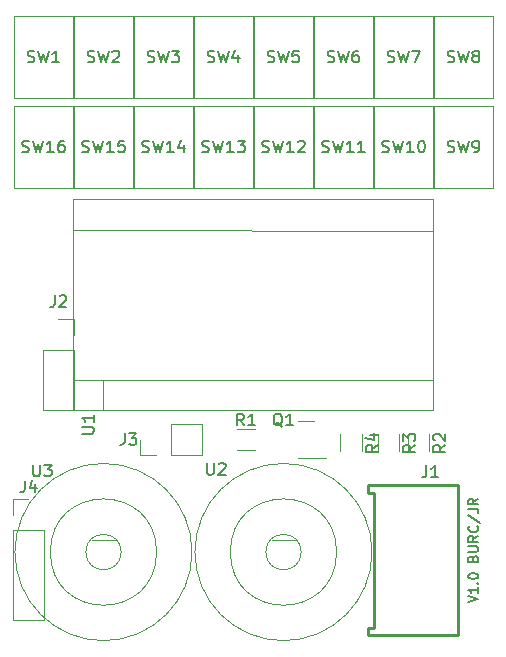
<source format=gbr>
%TF.GenerationSoftware,KiCad,Pcbnew,(6.0.7)*%
%TF.CreationDate,2022-08-14T18:42:22+02:00*%
%TF.ProjectId,BURC_Encoder_JRFormat,42555243-5f45-46e6-936f-6465725f4a52,v1.0*%
%TF.SameCoordinates,Original*%
%TF.FileFunction,Legend,Top*%
%TF.FilePolarity,Positive*%
%FSLAX46Y46*%
G04 Gerber Fmt 4.6, Leading zero omitted, Abs format (unit mm)*
G04 Created by KiCad (PCBNEW (6.0.7)) date 2022-08-14 18:42:22*
%MOMM*%
%LPD*%
G01*
G04 APERTURE LIST*
%ADD10C,0.170000*%
%ADD11C,0.150000*%
%ADD12C,0.210000*%
%ADD13C,0.120000*%
%ADD14C,0.254000*%
G04 APERTURE END LIST*
D10*
X166770476Y-129350452D02*
X167600476Y-129073785D01*
X166770476Y-128797119D01*
X167600476Y-128085690D02*
X167600476Y-128559976D01*
X167600476Y-128322833D02*
X166770476Y-128322833D01*
X166889047Y-128401880D01*
X166968095Y-128480928D01*
X167007619Y-128559976D01*
X167521428Y-127729976D02*
X167560952Y-127690452D01*
X167600476Y-127729976D01*
X167560952Y-127769500D01*
X167521428Y-127729976D01*
X167600476Y-127729976D01*
X166770476Y-127176642D02*
X166770476Y-127097595D01*
X166810000Y-127018547D01*
X166849523Y-126979023D01*
X166928571Y-126939500D01*
X167086666Y-126899976D01*
X167284285Y-126899976D01*
X167442380Y-126939500D01*
X167521428Y-126979023D01*
X167560952Y-127018547D01*
X167600476Y-127097595D01*
X167600476Y-127176642D01*
X167560952Y-127255690D01*
X167521428Y-127295214D01*
X167442380Y-127334738D01*
X167284285Y-127374261D01*
X167086666Y-127374261D01*
X166928571Y-127334738D01*
X166849523Y-127295214D01*
X166810000Y-127255690D01*
X166770476Y-127176642D01*
X167165714Y-125635214D02*
X167205238Y-125516642D01*
X167244761Y-125477119D01*
X167323809Y-125437595D01*
X167442380Y-125437595D01*
X167521428Y-125477119D01*
X167560952Y-125516642D01*
X167600476Y-125595690D01*
X167600476Y-125911880D01*
X166770476Y-125911880D01*
X166770476Y-125635214D01*
X166810000Y-125556166D01*
X166849523Y-125516642D01*
X166928571Y-125477119D01*
X167007619Y-125477119D01*
X167086666Y-125516642D01*
X167126190Y-125556166D01*
X167165714Y-125635214D01*
X167165714Y-125911880D01*
X166770476Y-125081880D02*
X167442380Y-125081880D01*
X167521428Y-125042357D01*
X167560952Y-125002833D01*
X167600476Y-124923785D01*
X167600476Y-124765690D01*
X167560952Y-124686642D01*
X167521428Y-124647119D01*
X167442380Y-124607595D01*
X166770476Y-124607595D01*
X167600476Y-123738071D02*
X167205238Y-124014738D01*
X167600476Y-124212357D02*
X166770476Y-124212357D01*
X166770476Y-123896166D01*
X166810000Y-123817119D01*
X166849523Y-123777595D01*
X166928571Y-123738071D01*
X167047142Y-123738071D01*
X167126190Y-123777595D01*
X167165714Y-123817119D01*
X167205238Y-123896166D01*
X167205238Y-124212357D01*
X167521428Y-122908071D02*
X167560952Y-122947595D01*
X167600476Y-123066166D01*
X167600476Y-123145214D01*
X167560952Y-123263785D01*
X167481904Y-123342833D01*
X167402857Y-123382357D01*
X167244761Y-123421880D01*
X167126190Y-123421880D01*
X166968095Y-123382357D01*
X166889047Y-123342833D01*
X166810000Y-123263785D01*
X166770476Y-123145214D01*
X166770476Y-123066166D01*
X166810000Y-122947595D01*
X166849523Y-122908071D01*
X166730952Y-121959500D02*
X167798095Y-122670928D01*
X166770476Y-121445690D02*
X167363333Y-121445690D01*
X167481904Y-121485214D01*
X167560952Y-121564261D01*
X167600476Y-121682833D01*
X167600476Y-121761880D01*
X167600476Y-120576166D02*
X167205238Y-120852833D01*
X167600476Y-121050452D02*
X166770476Y-121050452D01*
X166770476Y-120734261D01*
X166810000Y-120655214D01*
X166849523Y-120615690D01*
X166928571Y-120576166D01*
X167047142Y-120576166D01*
X167126190Y-120615690D01*
X167165714Y-120655214D01*
X167205238Y-120734261D01*
X167205238Y-121050452D01*
D11*
%TO.C,J4*%
X129206666Y-119042380D02*
X129206666Y-119756666D01*
X129159047Y-119899523D01*
X129063809Y-119994761D01*
X128920952Y-120042380D01*
X128825714Y-120042380D01*
X130111428Y-119375714D02*
X130111428Y-120042380D01*
X129873333Y-118994761D02*
X129635238Y-119709047D01*
X130254285Y-119709047D01*
%TO.C,SW12*%
X149320476Y-91209761D02*
X149463333Y-91257380D01*
X149701428Y-91257380D01*
X149796666Y-91209761D01*
X149844285Y-91162142D01*
X149891904Y-91066904D01*
X149891904Y-90971666D01*
X149844285Y-90876428D01*
X149796666Y-90828809D01*
X149701428Y-90781190D01*
X149510952Y-90733571D01*
X149415714Y-90685952D01*
X149368095Y-90638333D01*
X149320476Y-90543095D01*
X149320476Y-90447857D01*
X149368095Y-90352619D01*
X149415714Y-90305000D01*
X149510952Y-90257380D01*
X149749047Y-90257380D01*
X149891904Y-90305000D01*
X150225238Y-90257380D02*
X150463333Y-91257380D01*
X150653809Y-90543095D01*
X150844285Y-91257380D01*
X151082380Y-90257380D01*
X151987142Y-91257380D02*
X151415714Y-91257380D01*
X151701428Y-91257380D02*
X151701428Y-90257380D01*
X151606190Y-90400238D01*
X151510952Y-90495476D01*
X151415714Y-90543095D01*
X152368095Y-90352619D02*
X152415714Y-90305000D01*
X152510952Y-90257380D01*
X152749047Y-90257380D01*
X152844285Y-90305000D01*
X152891904Y-90352619D01*
X152939523Y-90447857D01*
X152939523Y-90543095D01*
X152891904Y-90685952D01*
X152320476Y-91257380D01*
X152939523Y-91257380D01*
%TO.C,U2*%
X144653095Y-117562380D02*
X144653095Y-118371904D01*
X144700714Y-118467142D01*
X144748333Y-118514761D01*
X144843571Y-118562380D01*
X145034047Y-118562380D01*
X145129285Y-118514761D01*
X145176904Y-118467142D01*
X145224523Y-118371904D01*
X145224523Y-117562380D01*
X145653095Y-117657619D02*
X145700714Y-117610000D01*
X145795952Y-117562380D01*
X146034047Y-117562380D01*
X146129285Y-117610000D01*
X146176904Y-117657619D01*
X146224523Y-117752857D01*
X146224523Y-117848095D01*
X146176904Y-117990952D01*
X145605476Y-118562380D01*
X146224523Y-118562380D01*
%TO.C,SW7*%
X159956666Y-83589761D02*
X160099523Y-83637380D01*
X160337619Y-83637380D01*
X160432857Y-83589761D01*
X160480476Y-83542142D01*
X160528095Y-83446904D01*
X160528095Y-83351666D01*
X160480476Y-83256428D01*
X160432857Y-83208809D01*
X160337619Y-83161190D01*
X160147142Y-83113571D01*
X160051904Y-83065952D01*
X160004285Y-83018333D01*
X159956666Y-82923095D01*
X159956666Y-82827857D01*
X160004285Y-82732619D01*
X160051904Y-82685000D01*
X160147142Y-82637380D01*
X160385238Y-82637380D01*
X160528095Y-82685000D01*
X160861428Y-82637380D02*
X161099523Y-83637380D01*
X161290000Y-82923095D01*
X161480476Y-83637380D01*
X161718571Y-82637380D01*
X162004285Y-82637380D02*
X162670952Y-82637380D01*
X162242380Y-83637380D01*
%TO.C,SW5*%
X149796666Y-83589761D02*
X149939523Y-83637380D01*
X150177619Y-83637380D01*
X150272857Y-83589761D01*
X150320476Y-83542142D01*
X150368095Y-83446904D01*
X150368095Y-83351666D01*
X150320476Y-83256428D01*
X150272857Y-83208809D01*
X150177619Y-83161190D01*
X149987142Y-83113571D01*
X149891904Y-83065952D01*
X149844285Y-83018333D01*
X149796666Y-82923095D01*
X149796666Y-82827857D01*
X149844285Y-82732619D01*
X149891904Y-82685000D01*
X149987142Y-82637380D01*
X150225238Y-82637380D01*
X150368095Y-82685000D01*
X150701428Y-82637380D02*
X150939523Y-83637380D01*
X151130000Y-82923095D01*
X151320476Y-83637380D01*
X151558571Y-82637380D01*
X152415714Y-82637380D02*
X151939523Y-82637380D01*
X151891904Y-83113571D01*
X151939523Y-83065952D01*
X152034761Y-83018333D01*
X152272857Y-83018333D01*
X152368095Y-83065952D01*
X152415714Y-83113571D01*
X152463333Y-83208809D01*
X152463333Y-83446904D01*
X152415714Y-83542142D01*
X152368095Y-83589761D01*
X152272857Y-83637380D01*
X152034761Y-83637380D01*
X151939523Y-83589761D01*
X151891904Y-83542142D01*
%TO.C,J2*%
X131746666Y-103362380D02*
X131746666Y-104076666D01*
X131699047Y-104219523D01*
X131603809Y-104314761D01*
X131460952Y-104362380D01*
X131365714Y-104362380D01*
X132175238Y-103457619D02*
X132222857Y-103410000D01*
X132318095Y-103362380D01*
X132556190Y-103362380D01*
X132651428Y-103410000D01*
X132699047Y-103457619D01*
X132746666Y-103552857D01*
X132746666Y-103648095D01*
X132699047Y-103790952D01*
X132127619Y-104362380D01*
X132746666Y-104362380D01*
D12*
%TO.C,J1*%
X163220309Y-117766912D02*
X163220309Y-118481198D01*
X163172690Y-118624055D01*
X163077452Y-118719293D01*
X162934595Y-118766912D01*
X162839357Y-118766912D01*
X164220309Y-118766912D02*
X163648880Y-118766912D01*
X163934595Y-118766912D02*
X163934595Y-117766912D01*
X163839357Y-117909770D01*
X163744119Y-118005008D01*
X163648880Y-118052627D01*
D11*
%TO.C,SW13*%
X144240476Y-91209761D02*
X144383333Y-91257380D01*
X144621428Y-91257380D01*
X144716666Y-91209761D01*
X144764285Y-91162142D01*
X144811904Y-91066904D01*
X144811904Y-90971666D01*
X144764285Y-90876428D01*
X144716666Y-90828809D01*
X144621428Y-90781190D01*
X144430952Y-90733571D01*
X144335714Y-90685952D01*
X144288095Y-90638333D01*
X144240476Y-90543095D01*
X144240476Y-90447857D01*
X144288095Y-90352619D01*
X144335714Y-90305000D01*
X144430952Y-90257380D01*
X144669047Y-90257380D01*
X144811904Y-90305000D01*
X145145238Y-90257380D02*
X145383333Y-91257380D01*
X145573809Y-90543095D01*
X145764285Y-91257380D01*
X146002380Y-90257380D01*
X146907142Y-91257380D02*
X146335714Y-91257380D01*
X146621428Y-91257380D02*
X146621428Y-90257380D01*
X146526190Y-90400238D01*
X146430952Y-90495476D01*
X146335714Y-90543095D01*
X147240476Y-90257380D02*
X147859523Y-90257380D01*
X147526190Y-90638333D01*
X147669047Y-90638333D01*
X147764285Y-90685952D01*
X147811904Y-90733571D01*
X147859523Y-90828809D01*
X147859523Y-91066904D01*
X147811904Y-91162142D01*
X147764285Y-91209761D01*
X147669047Y-91257380D01*
X147383333Y-91257380D01*
X147288095Y-91209761D01*
X147240476Y-91162142D01*
%TO.C,SW10*%
X159480476Y-91209761D02*
X159623333Y-91257380D01*
X159861428Y-91257380D01*
X159956666Y-91209761D01*
X160004285Y-91162142D01*
X160051904Y-91066904D01*
X160051904Y-90971666D01*
X160004285Y-90876428D01*
X159956666Y-90828809D01*
X159861428Y-90781190D01*
X159670952Y-90733571D01*
X159575714Y-90685952D01*
X159528095Y-90638333D01*
X159480476Y-90543095D01*
X159480476Y-90447857D01*
X159528095Y-90352619D01*
X159575714Y-90305000D01*
X159670952Y-90257380D01*
X159909047Y-90257380D01*
X160051904Y-90305000D01*
X160385238Y-90257380D02*
X160623333Y-91257380D01*
X160813809Y-90543095D01*
X161004285Y-91257380D01*
X161242380Y-90257380D01*
X162147142Y-91257380D02*
X161575714Y-91257380D01*
X161861428Y-91257380D02*
X161861428Y-90257380D01*
X161766190Y-90400238D01*
X161670952Y-90495476D01*
X161575714Y-90543095D01*
X162766190Y-90257380D02*
X162861428Y-90257380D01*
X162956666Y-90305000D01*
X163004285Y-90352619D01*
X163051904Y-90447857D01*
X163099523Y-90638333D01*
X163099523Y-90876428D01*
X163051904Y-91066904D01*
X163004285Y-91162142D01*
X162956666Y-91209761D01*
X162861428Y-91257380D01*
X162766190Y-91257380D01*
X162670952Y-91209761D01*
X162623333Y-91162142D01*
X162575714Y-91066904D01*
X162528095Y-90876428D01*
X162528095Y-90638333D01*
X162575714Y-90447857D01*
X162623333Y-90352619D01*
X162670952Y-90305000D01*
X162766190Y-90257380D01*
%TO.C,SW1*%
X129476666Y-83589761D02*
X129619523Y-83637380D01*
X129857619Y-83637380D01*
X129952857Y-83589761D01*
X130000476Y-83542142D01*
X130048095Y-83446904D01*
X130048095Y-83351666D01*
X130000476Y-83256428D01*
X129952857Y-83208809D01*
X129857619Y-83161190D01*
X129667142Y-83113571D01*
X129571904Y-83065952D01*
X129524285Y-83018333D01*
X129476666Y-82923095D01*
X129476666Y-82827857D01*
X129524285Y-82732619D01*
X129571904Y-82685000D01*
X129667142Y-82637380D01*
X129905238Y-82637380D01*
X130048095Y-82685000D01*
X130381428Y-82637380D02*
X130619523Y-83637380D01*
X130810000Y-82923095D01*
X131000476Y-83637380D01*
X131238571Y-82637380D01*
X132143333Y-83637380D02*
X131571904Y-83637380D01*
X131857619Y-83637380D02*
X131857619Y-82637380D01*
X131762380Y-82780238D01*
X131667142Y-82875476D01*
X131571904Y-82923095D01*
%TO.C,SW3*%
X139636666Y-83589761D02*
X139779523Y-83637380D01*
X140017619Y-83637380D01*
X140112857Y-83589761D01*
X140160476Y-83542142D01*
X140208095Y-83446904D01*
X140208095Y-83351666D01*
X140160476Y-83256428D01*
X140112857Y-83208809D01*
X140017619Y-83161190D01*
X139827142Y-83113571D01*
X139731904Y-83065952D01*
X139684285Y-83018333D01*
X139636666Y-82923095D01*
X139636666Y-82827857D01*
X139684285Y-82732619D01*
X139731904Y-82685000D01*
X139827142Y-82637380D01*
X140065238Y-82637380D01*
X140208095Y-82685000D01*
X140541428Y-82637380D02*
X140779523Y-83637380D01*
X140970000Y-82923095D01*
X141160476Y-83637380D01*
X141398571Y-82637380D01*
X141684285Y-82637380D02*
X142303333Y-82637380D01*
X141970000Y-83018333D01*
X142112857Y-83018333D01*
X142208095Y-83065952D01*
X142255714Y-83113571D01*
X142303333Y-83208809D01*
X142303333Y-83446904D01*
X142255714Y-83542142D01*
X142208095Y-83589761D01*
X142112857Y-83637380D01*
X141827142Y-83637380D01*
X141731904Y-83589761D01*
X141684285Y-83542142D01*
%TO.C,SW16*%
X129000476Y-91209761D02*
X129143333Y-91257380D01*
X129381428Y-91257380D01*
X129476666Y-91209761D01*
X129524285Y-91162142D01*
X129571904Y-91066904D01*
X129571904Y-90971666D01*
X129524285Y-90876428D01*
X129476666Y-90828809D01*
X129381428Y-90781190D01*
X129190952Y-90733571D01*
X129095714Y-90685952D01*
X129048095Y-90638333D01*
X129000476Y-90543095D01*
X129000476Y-90447857D01*
X129048095Y-90352619D01*
X129095714Y-90305000D01*
X129190952Y-90257380D01*
X129429047Y-90257380D01*
X129571904Y-90305000D01*
X129905238Y-90257380D02*
X130143333Y-91257380D01*
X130333809Y-90543095D01*
X130524285Y-91257380D01*
X130762380Y-90257380D01*
X131667142Y-91257380D02*
X131095714Y-91257380D01*
X131381428Y-91257380D02*
X131381428Y-90257380D01*
X131286190Y-90400238D01*
X131190952Y-90495476D01*
X131095714Y-90543095D01*
X132524285Y-90257380D02*
X132333809Y-90257380D01*
X132238571Y-90305000D01*
X132190952Y-90352619D01*
X132095714Y-90495476D01*
X132048095Y-90685952D01*
X132048095Y-91066904D01*
X132095714Y-91162142D01*
X132143333Y-91209761D01*
X132238571Y-91257380D01*
X132429047Y-91257380D01*
X132524285Y-91209761D01*
X132571904Y-91162142D01*
X132619523Y-91066904D01*
X132619523Y-90828809D01*
X132571904Y-90733571D01*
X132524285Y-90685952D01*
X132429047Y-90638333D01*
X132238571Y-90638333D01*
X132143333Y-90685952D01*
X132095714Y-90733571D01*
X132048095Y-90828809D01*
%TO.C,R4*%
X159117380Y-116016666D02*
X158641190Y-116350000D01*
X159117380Y-116588095D02*
X158117380Y-116588095D01*
X158117380Y-116207142D01*
X158165000Y-116111904D01*
X158212619Y-116064285D01*
X158307857Y-116016666D01*
X158450714Y-116016666D01*
X158545952Y-116064285D01*
X158593571Y-116111904D01*
X158641190Y-116207142D01*
X158641190Y-116588095D01*
X158450714Y-115159523D02*
X159117380Y-115159523D01*
X158069761Y-115397619D02*
X158784047Y-115635714D01*
X158784047Y-115016666D01*
%TO.C,R1*%
X147788333Y-114371380D02*
X147455000Y-113895190D01*
X147216904Y-114371380D02*
X147216904Y-113371380D01*
X147597857Y-113371380D01*
X147693095Y-113419000D01*
X147740714Y-113466619D01*
X147788333Y-113561857D01*
X147788333Y-113704714D01*
X147740714Y-113799952D01*
X147693095Y-113847571D01*
X147597857Y-113895190D01*
X147216904Y-113895190D01*
X148740714Y-114371380D02*
X148169285Y-114371380D01*
X148455000Y-114371380D02*
X148455000Y-113371380D01*
X148359761Y-113514238D01*
X148264523Y-113609476D01*
X148169285Y-113657095D01*
%TO.C,SW8*%
X165036666Y-83589761D02*
X165179523Y-83637380D01*
X165417619Y-83637380D01*
X165512857Y-83589761D01*
X165560476Y-83542142D01*
X165608095Y-83446904D01*
X165608095Y-83351666D01*
X165560476Y-83256428D01*
X165512857Y-83208809D01*
X165417619Y-83161190D01*
X165227142Y-83113571D01*
X165131904Y-83065952D01*
X165084285Y-83018333D01*
X165036666Y-82923095D01*
X165036666Y-82827857D01*
X165084285Y-82732619D01*
X165131904Y-82685000D01*
X165227142Y-82637380D01*
X165465238Y-82637380D01*
X165608095Y-82685000D01*
X165941428Y-82637380D02*
X166179523Y-83637380D01*
X166370000Y-82923095D01*
X166560476Y-83637380D01*
X166798571Y-82637380D01*
X167322380Y-83065952D02*
X167227142Y-83018333D01*
X167179523Y-82970714D01*
X167131904Y-82875476D01*
X167131904Y-82827857D01*
X167179523Y-82732619D01*
X167227142Y-82685000D01*
X167322380Y-82637380D01*
X167512857Y-82637380D01*
X167608095Y-82685000D01*
X167655714Y-82732619D01*
X167703333Y-82827857D01*
X167703333Y-82875476D01*
X167655714Y-82970714D01*
X167608095Y-83018333D01*
X167512857Y-83065952D01*
X167322380Y-83065952D01*
X167227142Y-83113571D01*
X167179523Y-83161190D01*
X167131904Y-83256428D01*
X167131904Y-83446904D01*
X167179523Y-83542142D01*
X167227142Y-83589761D01*
X167322380Y-83637380D01*
X167512857Y-83637380D01*
X167608095Y-83589761D01*
X167655714Y-83542142D01*
X167703333Y-83446904D01*
X167703333Y-83256428D01*
X167655714Y-83161190D01*
X167608095Y-83113571D01*
X167512857Y-83065952D01*
%TO.C,SW9*%
X165036666Y-91209761D02*
X165179523Y-91257380D01*
X165417619Y-91257380D01*
X165512857Y-91209761D01*
X165560476Y-91162142D01*
X165608095Y-91066904D01*
X165608095Y-90971666D01*
X165560476Y-90876428D01*
X165512857Y-90828809D01*
X165417619Y-90781190D01*
X165227142Y-90733571D01*
X165131904Y-90685952D01*
X165084285Y-90638333D01*
X165036666Y-90543095D01*
X165036666Y-90447857D01*
X165084285Y-90352619D01*
X165131904Y-90305000D01*
X165227142Y-90257380D01*
X165465238Y-90257380D01*
X165608095Y-90305000D01*
X165941428Y-90257380D02*
X166179523Y-91257380D01*
X166370000Y-90543095D01*
X166560476Y-91257380D01*
X166798571Y-90257380D01*
X167227142Y-91257380D02*
X167417619Y-91257380D01*
X167512857Y-91209761D01*
X167560476Y-91162142D01*
X167655714Y-91019285D01*
X167703333Y-90828809D01*
X167703333Y-90447857D01*
X167655714Y-90352619D01*
X167608095Y-90305000D01*
X167512857Y-90257380D01*
X167322380Y-90257380D01*
X167227142Y-90305000D01*
X167179523Y-90352619D01*
X167131904Y-90447857D01*
X167131904Y-90685952D01*
X167179523Y-90781190D01*
X167227142Y-90828809D01*
X167322380Y-90876428D01*
X167512857Y-90876428D01*
X167608095Y-90828809D01*
X167655714Y-90781190D01*
X167703333Y-90685952D01*
%TO.C,R3*%
X162292380Y-116016666D02*
X161816190Y-116350000D01*
X162292380Y-116588095D02*
X161292380Y-116588095D01*
X161292380Y-116207142D01*
X161340000Y-116111904D01*
X161387619Y-116064285D01*
X161482857Y-116016666D01*
X161625714Y-116016666D01*
X161720952Y-116064285D01*
X161768571Y-116111904D01*
X161816190Y-116207142D01*
X161816190Y-116588095D01*
X161292380Y-115683333D02*
X161292380Y-115064285D01*
X161673333Y-115397619D01*
X161673333Y-115254761D01*
X161720952Y-115159523D01*
X161768571Y-115111904D01*
X161863809Y-115064285D01*
X162101904Y-115064285D01*
X162197142Y-115111904D01*
X162244761Y-115159523D01*
X162292380Y-115254761D01*
X162292380Y-115540476D01*
X162244761Y-115635714D01*
X162197142Y-115683333D01*
%TO.C,SW2*%
X134556666Y-83589761D02*
X134699523Y-83637380D01*
X134937619Y-83637380D01*
X135032857Y-83589761D01*
X135080476Y-83542142D01*
X135128095Y-83446904D01*
X135128095Y-83351666D01*
X135080476Y-83256428D01*
X135032857Y-83208809D01*
X134937619Y-83161190D01*
X134747142Y-83113571D01*
X134651904Y-83065952D01*
X134604285Y-83018333D01*
X134556666Y-82923095D01*
X134556666Y-82827857D01*
X134604285Y-82732619D01*
X134651904Y-82685000D01*
X134747142Y-82637380D01*
X134985238Y-82637380D01*
X135128095Y-82685000D01*
X135461428Y-82637380D02*
X135699523Y-83637380D01*
X135890000Y-82923095D01*
X136080476Y-83637380D01*
X136318571Y-82637380D01*
X136651904Y-82732619D02*
X136699523Y-82685000D01*
X136794761Y-82637380D01*
X137032857Y-82637380D01*
X137128095Y-82685000D01*
X137175714Y-82732619D01*
X137223333Y-82827857D01*
X137223333Y-82923095D01*
X137175714Y-83065952D01*
X136604285Y-83637380D01*
X137223333Y-83637380D01*
%TO.C,U3*%
X129921095Y-117689380D02*
X129921095Y-118498904D01*
X129968714Y-118594142D01*
X130016333Y-118641761D01*
X130111571Y-118689380D01*
X130302047Y-118689380D01*
X130397285Y-118641761D01*
X130444904Y-118594142D01*
X130492523Y-118498904D01*
X130492523Y-117689380D01*
X130873476Y-117689380D02*
X131492523Y-117689380D01*
X131159190Y-118070333D01*
X131302047Y-118070333D01*
X131397285Y-118117952D01*
X131444904Y-118165571D01*
X131492523Y-118260809D01*
X131492523Y-118498904D01*
X131444904Y-118594142D01*
X131397285Y-118641761D01*
X131302047Y-118689380D01*
X131016333Y-118689380D01*
X130921095Y-118641761D01*
X130873476Y-118594142D01*
%TO.C,SW4*%
X144716666Y-83589761D02*
X144859523Y-83637380D01*
X145097619Y-83637380D01*
X145192857Y-83589761D01*
X145240476Y-83542142D01*
X145288095Y-83446904D01*
X145288095Y-83351666D01*
X145240476Y-83256428D01*
X145192857Y-83208809D01*
X145097619Y-83161190D01*
X144907142Y-83113571D01*
X144811904Y-83065952D01*
X144764285Y-83018333D01*
X144716666Y-82923095D01*
X144716666Y-82827857D01*
X144764285Y-82732619D01*
X144811904Y-82685000D01*
X144907142Y-82637380D01*
X145145238Y-82637380D01*
X145288095Y-82685000D01*
X145621428Y-82637380D02*
X145859523Y-83637380D01*
X146050000Y-82923095D01*
X146240476Y-83637380D01*
X146478571Y-82637380D01*
X147288095Y-82970714D02*
X147288095Y-83637380D01*
X147050000Y-82589761D02*
X146811904Y-83304047D01*
X147430952Y-83304047D01*
%TO.C,U1*%
X134072380Y-115061904D02*
X134881904Y-115061904D01*
X134977142Y-115014285D01*
X135024761Y-114966666D01*
X135072380Y-114871428D01*
X135072380Y-114680952D01*
X135024761Y-114585714D01*
X134977142Y-114538095D01*
X134881904Y-114490476D01*
X134072380Y-114490476D01*
X135072380Y-113490476D02*
X135072380Y-114061904D01*
X135072380Y-113776190D02*
X134072380Y-113776190D01*
X134215238Y-113871428D01*
X134310476Y-113966666D01*
X134358095Y-114061904D01*
%TO.C,SW15*%
X134080476Y-91209761D02*
X134223333Y-91257380D01*
X134461428Y-91257380D01*
X134556666Y-91209761D01*
X134604285Y-91162142D01*
X134651904Y-91066904D01*
X134651904Y-90971666D01*
X134604285Y-90876428D01*
X134556666Y-90828809D01*
X134461428Y-90781190D01*
X134270952Y-90733571D01*
X134175714Y-90685952D01*
X134128095Y-90638333D01*
X134080476Y-90543095D01*
X134080476Y-90447857D01*
X134128095Y-90352619D01*
X134175714Y-90305000D01*
X134270952Y-90257380D01*
X134509047Y-90257380D01*
X134651904Y-90305000D01*
X134985238Y-90257380D02*
X135223333Y-91257380D01*
X135413809Y-90543095D01*
X135604285Y-91257380D01*
X135842380Y-90257380D01*
X136747142Y-91257380D02*
X136175714Y-91257380D01*
X136461428Y-91257380D02*
X136461428Y-90257380D01*
X136366190Y-90400238D01*
X136270952Y-90495476D01*
X136175714Y-90543095D01*
X137651904Y-90257380D02*
X137175714Y-90257380D01*
X137128095Y-90733571D01*
X137175714Y-90685952D01*
X137270952Y-90638333D01*
X137509047Y-90638333D01*
X137604285Y-90685952D01*
X137651904Y-90733571D01*
X137699523Y-90828809D01*
X137699523Y-91066904D01*
X137651904Y-91162142D01*
X137604285Y-91209761D01*
X137509047Y-91257380D01*
X137270952Y-91257380D01*
X137175714Y-91209761D01*
X137128095Y-91162142D01*
%TO.C,R2*%
X164832380Y-116016666D02*
X164356190Y-116350000D01*
X164832380Y-116588095D02*
X163832380Y-116588095D01*
X163832380Y-116207142D01*
X163880000Y-116111904D01*
X163927619Y-116064285D01*
X164022857Y-116016666D01*
X164165714Y-116016666D01*
X164260952Y-116064285D01*
X164308571Y-116111904D01*
X164356190Y-116207142D01*
X164356190Y-116588095D01*
X163927619Y-115635714D02*
X163880000Y-115588095D01*
X163832380Y-115492857D01*
X163832380Y-115254761D01*
X163880000Y-115159523D01*
X163927619Y-115111904D01*
X164022857Y-115064285D01*
X164118095Y-115064285D01*
X164260952Y-115111904D01*
X164832380Y-115683333D01*
X164832380Y-115064285D01*
%TO.C,SW6*%
X154876666Y-83589761D02*
X155019523Y-83637380D01*
X155257619Y-83637380D01*
X155352857Y-83589761D01*
X155400476Y-83542142D01*
X155448095Y-83446904D01*
X155448095Y-83351666D01*
X155400476Y-83256428D01*
X155352857Y-83208809D01*
X155257619Y-83161190D01*
X155067142Y-83113571D01*
X154971904Y-83065952D01*
X154924285Y-83018333D01*
X154876666Y-82923095D01*
X154876666Y-82827857D01*
X154924285Y-82732619D01*
X154971904Y-82685000D01*
X155067142Y-82637380D01*
X155305238Y-82637380D01*
X155448095Y-82685000D01*
X155781428Y-82637380D02*
X156019523Y-83637380D01*
X156210000Y-82923095D01*
X156400476Y-83637380D01*
X156638571Y-82637380D01*
X157448095Y-82637380D02*
X157257619Y-82637380D01*
X157162380Y-82685000D01*
X157114761Y-82732619D01*
X157019523Y-82875476D01*
X156971904Y-83065952D01*
X156971904Y-83446904D01*
X157019523Y-83542142D01*
X157067142Y-83589761D01*
X157162380Y-83637380D01*
X157352857Y-83637380D01*
X157448095Y-83589761D01*
X157495714Y-83542142D01*
X157543333Y-83446904D01*
X157543333Y-83208809D01*
X157495714Y-83113571D01*
X157448095Y-83065952D01*
X157352857Y-83018333D01*
X157162380Y-83018333D01*
X157067142Y-83065952D01*
X157019523Y-83113571D01*
X156971904Y-83208809D01*
%TO.C,SW14*%
X139160476Y-91209761D02*
X139303333Y-91257380D01*
X139541428Y-91257380D01*
X139636666Y-91209761D01*
X139684285Y-91162142D01*
X139731904Y-91066904D01*
X139731904Y-90971666D01*
X139684285Y-90876428D01*
X139636666Y-90828809D01*
X139541428Y-90781190D01*
X139350952Y-90733571D01*
X139255714Y-90685952D01*
X139208095Y-90638333D01*
X139160476Y-90543095D01*
X139160476Y-90447857D01*
X139208095Y-90352619D01*
X139255714Y-90305000D01*
X139350952Y-90257380D01*
X139589047Y-90257380D01*
X139731904Y-90305000D01*
X140065238Y-90257380D02*
X140303333Y-91257380D01*
X140493809Y-90543095D01*
X140684285Y-91257380D01*
X140922380Y-90257380D01*
X141827142Y-91257380D02*
X141255714Y-91257380D01*
X141541428Y-91257380D02*
X141541428Y-90257380D01*
X141446190Y-90400238D01*
X141350952Y-90495476D01*
X141255714Y-90543095D01*
X142684285Y-90590714D02*
X142684285Y-91257380D01*
X142446190Y-90209761D02*
X142208095Y-90924047D01*
X142827142Y-90924047D01*
%TO.C,J3*%
X137671666Y-115022380D02*
X137671666Y-115736666D01*
X137624047Y-115879523D01*
X137528809Y-115974761D01*
X137385952Y-116022380D01*
X137290714Y-116022380D01*
X138052619Y-115022380D02*
X138671666Y-115022380D01*
X138338333Y-115403333D01*
X138481190Y-115403333D01*
X138576428Y-115450952D01*
X138624047Y-115498571D01*
X138671666Y-115593809D01*
X138671666Y-115831904D01*
X138624047Y-115927142D01*
X138576428Y-115974761D01*
X138481190Y-116022380D01*
X138195476Y-116022380D01*
X138100238Y-115974761D01*
X138052619Y-115927142D01*
%TO.C,Q1*%
X151034761Y-114466619D02*
X150939523Y-114419000D01*
X150844285Y-114323761D01*
X150701428Y-114180904D01*
X150606190Y-114133285D01*
X150510952Y-114133285D01*
X150558571Y-114371380D02*
X150463333Y-114323761D01*
X150368095Y-114228523D01*
X150320476Y-114038047D01*
X150320476Y-113704714D01*
X150368095Y-113514238D01*
X150463333Y-113419000D01*
X150558571Y-113371380D01*
X150749047Y-113371380D01*
X150844285Y-113419000D01*
X150939523Y-113514238D01*
X150987142Y-113704714D01*
X150987142Y-114038047D01*
X150939523Y-114228523D01*
X150844285Y-114323761D01*
X150749047Y-114371380D01*
X150558571Y-114371380D01*
X151939523Y-114371380D02*
X151368095Y-114371380D01*
X151653809Y-114371380D02*
X151653809Y-113371380D01*
X151558571Y-113514238D01*
X151463333Y-113609476D01*
X151368095Y-113657095D01*
%TO.C,SW11*%
X154400476Y-91209761D02*
X154543333Y-91257380D01*
X154781428Y-91257380D01*
X154876666Y-91209761D01*
X154924285Y-91162142D01*
X154971904Y-91066904D01*
X154971904Y-90971666D01*
X154924285Y-90876428D01*
X154876666Y-90828809D01*
X154781428Y-90781190D01*
X154590952Y-90733571D01*
X154495714Y-90685952D01*
X154448095Y-90638333D01*
X154400476Y-90543095D01*
X154400476Y-90447857D01*
X154448095Y-90352619D01*
X154495714Y-90305000D01*
X154590952Y-90257380D01*
X154829047Y-90257380D01*
X154971904Y-90305000D01*
X155305238Y-90257380D02*
X155543333Y-91257380D01*
X155733809Y-90543095D01*
X155924285Y-91257380D01*
X156162380Y-90257380D01*
X157067142Y-91257380D02*
X156495714Y-91257380D01*
X156781428Y-91257380D02*
X156781428Y-90257380D01*
X156686190Y-90400238D01*
X156590952Y-90495476D01*
X156495714Y-90543095D01*
X158019523Y-91257380D02*
X157448095Y-91257380D01*
X157733809Y-91257380D02*
X157733809Y-90257380D01*
X157638571Y-90400238D01*
X157543333Y-90495476D01*
X157448095Y-90543095D01*
D13*
%TO.C,J4*%
X128210000Y-120590000D02*
X129540000Y-120590000D01*
X128210000Y-130870000D02*
X130870000Y-130870000D01*
X128210000Y-121920000D02*
X128210000Y-120590000D01*
X128210000Y-123190000D02*
X130870000Y-123190000D01*
X130870000Y-123190000D02*
X130870000Y-130870000D01*
X128210000Y-123190000D02*
X128210000Y-130870000D01*
%TO.C,SW12*%
X148630000Y-87305000D02*
X153630000Y-87305000D01*
X153630000Y-87305000D02*
X153630000Y-94305000D01*
X153630000Y-94305000D02*
X148630000Y-94305000D01*
X148630000Y-94305000D02*
X148630000Y-87305000D01*
%TO.C,U2*%
X150130000Y-124095000D02*
X152130000Y-124095000D01*
X152630000Y-125095000D02*
G75*
G03*
X152630000Y-125095000I-1500000J0D01*
G01*
X158630000Y-125095000D02*
G75*
G03*
X158630000Y-125095000I-7500000J0D01*
G01*
X155630000Y-125095000D02*
G75*
G03*
X155630000Y-125095000I-4500000J0D01*
G01*
%TO.C,SW7*%
X163790000Y-79685000D02*
X163790000Y-86685000D01*
X163790000Y-86685000D02*
X158790000Y-86685000D01*
X158790000Y-86685000D02*
X158790000Y-79685000D01*
X158790000Y-79685000D02*
X163790000Y-79685000D01*
%TO.C,SW5*%
X148630000Y-86685000D02*
X148630000Y-79685000D01*
X153630000Y-86685000D02*
X148630000Y-86685000D01*
X148630000Y-79685000D02*
X153630000Y-79685000D01*
X153630000Y-79685000D02*
X153630000Y-86685000D01*
%TO.C,J2*%
X132080000Y-105350000D02*
X133410000Y-105350000D01*
X130750000Y-113090000D02*
X133410000Y-113090000D01*
X130750000Y-107950000D02*
X130750000Y-113090000D01*
X130750000Y-107950000D02*
X133410000Y-107950000D01*
X133410000Y-107950000D02*
X133410000Y-113090000D01*
X133410000Y-105350000D02*
X133410000Y-106680000D01*
D14*
%TO.C,J1*%
X165929221Y-119449532D02*
X158309221Y-119449532D01*
X158817221Y-120084532D02*
X158817221Y-131514532D01*
X158309221Y-120084532D02*
X158817221Y-120084532D01*
X158817221Y-131514532D02*
X158309221Y-131514532D01*
X165929221Y-132149532D02*
X165929221Y-119449532D01*
X158309221Y-132149532D02*
X165929221Y-132149532D01*
X158309221Y-131514532D02*
X158309221Y-132149532D01*
X158309221Y-119449532D02*
X158309221Y-120084532D01*
D13*
%TO.C,SW13*%
X148550000Y-87305000D02*
X148550000Y-94305000D01*
X148550000Y-94305000D02*
X143550000Y-94305000D01*
X143550000Y-94305000D02*
X143550000Y-87305000D01*
X143550000Y-87305000D02*
X148550000Y-87305000D01*
%TO.C,SW10*%
X163790000Y-94305000D02*
X158790000Y-94305000D01*
X163790000Y-87305000D02*
X163790000Y-94305000D01*
X158790000Y-94305000D02*
X158790000Y-87305000D01*
X158790000Y-87305000D02*
X163790000Y-87305000D01*
%TO.C,SW1*%
X128310000Y-79685000D02*
X133310000Y-79685000D01*
X128310000Y-86685000D02*
X128310000Y-79685000D01*
X133310000Y-86685000D02*
X128310000Y-86685000D01*
X133310000Y-79685000D02*
X133310000Y-86685000D01*
%TO.C,SW3*%
X138470000Y-79685000D02*
X143470000Y-79685000D01*
X138470000Y-86685000D02*
X138470000Y-79685000D01*
X143470000Y-86685000D02*
X138470000Y-86685000D01*
X143470000Y-79685000D02*
X143470000Y-86685000D01*
%TO.C,SW16*%
X128310000Y-87305000D02*
X133310000Y-87305000D01*
X133310000Y-94305000D02*
X128310000Y-94305000D01*
X128310000Y-94305000D02*
X128310000Y-87305000D01*
X133310000Y-87305000D02*
X133310000Y-94305000D01*
%TO.C,R4*%
X155935000Y-115122936D02*
X155935000Y-116577064D01*
X157755000Y-115122936D02*
X157755000Y-116577064D01*
%TO.C,R1*%
X147227936Y-116480000D02*
X148682064Y-116480000D01*
X147227936Y-114660000D02*
X148682064Y-114660000D01*
%TO.C,SW8*%
X163870000Y-86685000D02*
X163870000Y-79685000D01*
X168870000Y-86685000D02*
X163870000Y-86685000D01*
X163870000Y-79685000D02*
X168870000Y-79685000D01*
X168870000Y-79685000D02*
X168870000Y-86685000D01*
%TO.C,SW9*%
X168870000Y-94305000D02*
X163870000Y-94305000D01*
X168870000Y-87305000D02*
X168870000Y-94305000D01*
X163870000Y-94305000D02*
X163870000Y-87305000D01*
X163870000Y-87305000D02*
X168870000Y-87305000D01*
%TO.C,R3*%
X159110000Y-115122936D02*
X159110000Y-116577064D01*
X160930000Y-115122936D02*
X160930000Y-116577064D01*
%TO.C,SW2*%
X138390000Y-86685000D02*
X133390000Y-86685000D01*
X133390000Y-86685000D02*
X133390000Y-79685000D01*
X138390000Y-79685000D02*
X138390000Y-86685000D01*
X133390000Y-79685000D02*
X138390000Y-79685000D01*
%TO.C,U3*%
X134890000Y-124095000D02*
X136890000Y-124095000D01*
X137390000Y-125095000D02*
G75*
G03*
X137390000Y-125095000I-1500000J0D01*
G01*
X143390000Y-125095000D02*
G75*
G03*
X143390000Y-125095000I-7500000J0D01*
G01*
X140390000Y-125095000D02*
G75*
G03*
X140390000Y-125095000I-4500000J0D01*
G01*
%TO.C,SW4*%
X148550000Y-79685000D02*
X148550000Y-86685000D01*
X148550000Y-86685000D02*
X143550000Y-86685000D01*
X143550000Y-79685000D02*
X148550000Y-79685000D01*
X143550000Y-86685000D02*
X143550000Y-79685000D01*
%TO.C,U1*%
X133350000Y-97855000D02*
X163830000Y-97920000D01*
X163830000Y-97920000D02*
X163830000Y-95250000D01*
X135890000Y-110555000D02*
X133350000Y-110555000D01*
X163830000Y-110490000D02*
X163830000Y-97920000D01*
X163830000Y-95185000D02*
X133350000Y-95185000D01*
X135890000Y-110555000D02*
X135890000Y-113095000D01*
X133350000Y-113095000D02*
X163830000Y-113095000D01*
X163830000Y-110490000D02*
X163830000Y-113095000D01*
X135890000Y-110555000D02*
X163830000Y-110555000D01*
X133350000Y-97855000D02*
X133350000Y-95185000D01*
X133350000Y-110555000D02*
X133350000Y-97855000D01*
X133350000Y-113095000D02*
X133350000Y-110555000D01*
%TO.C,SW15*%
X133390000Y-94305000D02*
X133390000Y-87305000D01*
X133390000Y-87305000D02*
X138390000Y-87305000D01*
X138390000Y-87305000D02*
X138390000Y-94305000D01*
X138390000Y-94305000D02*
X133390000Y-94305000D01*
%TO.C,R2*%
X161650000Y-115122936D02*
X161650000Y-116577064D01*
X163470000Y-115122936D02*
X163470000Y-116577064D01*
%TO.C,SW6*%
X153710000Y-86685000D02*
X153710000Y-79685000D01*
X158710000Y-86685000D02*
X153710000Y-86685000D01*
X158710000Y-79685000D02*
X158710000Y-86685000D01*
X153710000Y-79685000D02*
X158710000Y-79685000D01*
%TO.C,SW14*%
X143470000Y-94305000D02*
X138470000Y-94305000D01*
X138470000Y-94305000D02*
X138470000Y-87305000D01*
X138470000Y-87305000D02*
X143470000Y-87305000D01*
X143470000Y-87305000D02*
X143470000Y-94305000D01*
%TO.C,J3*%
X141605000Y-116900000D02*
X144205000Y-116900000D01*
X140335000Y-116900000D02*
X139005000Y-116900000D01*
X141605000Y-116900000D02*
X141605000Y-114240000D01*
X144205000Y-116900000D02*
X144205000Y-114240000D01*
X141605000Y-114240000D02*
X144205000Y-114240000D01*
X139005000Y-116900000D02*
X139005000Y-115570000D01*
%TO.C,Q1*%
X153035000Y-114010000D02*
X153685000Y-114010000D01*
X153035000Y-114010000D02*
X152385000Y-114010000D01*
X153035000Y-117130000D02*
X154710000Y-117130000D01*
X153035000Y-117130000D02*
X152385000Y-117130000D01*
%TO.C,SW11*%
X153710000Y-87305000D02*
X158710000Y-87305000D01*
X158710000Y-94305000D02*
X153710000Y-94305000D01*
X153710000Y-94305000D02*
X153710000Y-87305000D01*
X158710000Y-87305000D02*
X158710000Y-94305000D01*
%TD*%
M02*

</source>
